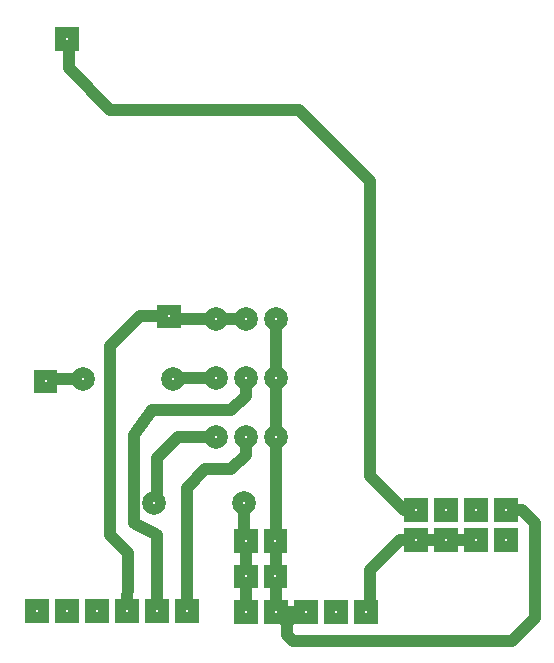
<source format=gbr>
%FSLAX34Y34*%
%MOMM*%
%LNCOPPER_BOTTOM*%
G71*
G01*
%ADD10C, 2.00*%
%ADD11C, 1.00*%
%ADD12C, 0.30*%
%LPD*%
G36*
X-166127Y-449316D02*
X-146127Y-449316D01*
X-146127Y-429316D01*
X-166127Y-429316D01*
X-166127Y-449316D01*
G37*
G36*
X-140727Y-449315D02*
X-120727Y-449315D01*
X-120727Y-429315D01*
X-140727Y-429315D01*
X-140727Y-449315D01*
G37*
G36*
X-115327Y-449316D02*
X-95327Y-449316D01*
X-95327Y-429316D01*
X-115327Y-429316D01*
X-115327Y-449316D01*
G37*
G36*
X-89927Y-449316D02*
X-69927Y-449316D01*
X-69927Y-429316D01*
X-89927Y-429316D01*
X-89927Y-449316D01*
G37*
G36*
X-166127Y-423915D02*
X-146127Y-423915D01*
X-146127Y-403915D01*
X-166127Y-403915D01*
X-166127Y-423915D01*
G37*
G36*
X-140727Y-423916D02*
X-120727Y-423916D01*
X-120727Y-403916D01*
X-140727Y-403916D01*
X-140727Y-423916D01*
G37*
G36*
X-115327Y-423916D02*
X-95327Y-423916D01*
X-95327Y-403916D01*
X-115327Y-403916D01*
X-115327Y-423916D01*
G37*
G36*
X-89927Y-423916D02*
X-69927Y-423916D01*
X-69927Y-403916D01*
X-89927Y-403916D01*
X-89927Y-423916D01*
G37*
X-325668Y-252298D02*
G54D10*
D03*
X-274868Y-252298D02*
G54D10*
D03*
X-300268Y-252298D02*
G54D10*
D03*
X-325716Y-352413D02*
G54D10*
D03*
X-274916Y-352413D02*
G54D10*
D03*
X-300316Y-352413D02*
G54D10*
D03*
X-377542Y-408241D02*
G54D10*
D03*
X-301342Y-408241D02*
G54D10*
D03*
X-437542Y-303241D02*
G54D10*
D03*
X-361342Y-303241D02*
G54D10*
D03*
G54D11*
X-156127Y-439316D02*
X-105327Y-439316D01*
X-325667Y-302298D02*
G54D10*
D03*
X-274867Y-302298D02*
G54D10*
D03*
X-300267Y-302298D02*
G54D10*
D03*
G36*
X-340000Y-489500D02*
X-360000Y-489500D01*
X-360000Y-509500D01*
X-340000Y-509500D01*
X-340000Y-489500D01*
G37*
G36*
X-365400Y-489500D02*
X-385400Y-489500D01*
X-385400Y-509500D01*
X-365400Y-509500D01*
X-365400Y-489500D01*
G37*
G36*
X-390800Y-489500D02*
X-410800Y-489500D01*
X-410800Y-509500D01*
X-390800Y-509500D01*
X-390800Y-489500D01*
G37*
G36*
X-416200Y-489500D02*
X-436200Y-489500D01*
X-436200Y-509500D01*
X-416200Y-509500D01*
X-416200Y-489500D01*
G37*
G36*
X-441600Y-489500D02*
X-461600Y-489500D01*
X-461600Y-509500D01*
X-441600Y-509500D01*
X-441600Y-489500D01*
G37*
G36*
X-467000Y-489500D02*
X-487000Y-489500D01*
X-487000Y-509500D01*
X-467000Y-509500D01*
X-467000Y-489500D01*
G37*
G36*
X-188500Y-490000D02*
X-208500Y-490000D01*
X-208500Y-510000D01*
X-188500Y-510000D01*
X-188500Y-490000D01*
G37*
G36*
X-213900Y-490000D02*
X-233900Y-490000D01*
X-233900Y-510000D01*
X-213900Y-510000D01*
X-213900Y-490000D01*
G37*
G36*
X-239300Y-490000D02*
X-259300Y-490000D01*
X-259300Y-510000D01*
X-239300Y-510000D01*
X-239300Y-490000D01*
G37*
G36*
X-264700Y-490000D02*
X-284700Y-490000D01*
X-284700Y-510000D01*
X-264700Y-510000D01*
X-264700Y-490000D01*
G37*
G36*
X-290100Y-490000D02*
X-310100Y-490000D01*
X-310100Y-510000D01*
X-290100Y-510000D01*
X-290100Y-490000D01*
G37*
G36*
X-441500Y-5000D02*
X-461500Y-5000D01*
X-461500Y-25000D01*
X-441500Y-25000D01*
X-441500Y-5000D01*
G37*
G36*
X-459500Y-295000D02*
X-479500Y-295000D01*
X-479500Y-315000D01*
X-459500Y-315000D01*
X-459500Y-295000D01*
G37*
G54D11*
X-274868Y-252298D02*
X-274867Y-302298D01*
X-274867Y-352365D01*
X-274916Y-352413D01*
X-274916Y-449784D01*
X-274700Y-500000D01*
G36*
X-290000Y-460000D02*
X-310000Y-460000D01*
X-310000Y-480000D01*
X-290000Y-480000D01*
X-290000Y-460000D01*
G37*
G36*
X-290000Y-430000D02*
X-310000Y-430000D01*
X-310000Y-450000D01*
X-290000Y-450000D01*
X-290000Y-430000D01*
G37*
G54D11*
X-300000Y-440000D02*
X-300000Y-499900D01*
X-300100Y-500000D01*
G36*
X-265000Y-460000D02*
X-285000Y-460000D01*
X-285000Y-480000D01*
X-265000Y-480000D01*
X-265000Y-460000D01*
G37*
G36*
X-265000Y-430000D02*
X-285000Y-430000D01*
X-285000Y-450000D01*
X-265000Y-450000D01*
X-265000Y-430000D01*
G37*
G36*
X-355000Y-240000D02*
X-375000Y-240000D01*
X-375000Y-260000D01*
X-355000Y-260000D01*
X-355000Y-240000D01*
G37*
G54D11*
X-300268Y-252298D02*
X-325668Y-252298D01*
X-362702Y-252298D01*
X-365000Y-250000D01*
X-390000Y-250000D01*
X-415000Y-275000D01*
X-415000Y-435000D01*
X-400000Y-450000D01*
X-400000Y-468700D01*
X-400800Y-499500D01*
G54D11*
X-437542Y-303241D02*
X-467741Y-303241D01*
X-469500Y-305000D01*
G54D11*
X-300316Y-352413D02*
X-300316Y-367013D01*
X-312516Y-379213D01*
X-334213Y-379213D01*
X-350000Y-395000D01*
X-350000Y-499500D01*
G54D11*
X-325667Y-302298D02*
X-360398Y-302298D01*
X-361342Y-303241D01*
G54D11*
X-300267Y-302298D02*
X-300267Y-316898D01*
X-312467Y-329098D01*
X-379098Y-329098D01*
X-395000Y-350000D01*
X-395000Y-425000D01*
X-375000Y-435000D01*
X-375000Y-469100D01*
X-375400Y-499500D01*
G54D11*
X-325716Y-352413D02*
X-357413Y-352413D01*
X-375000Y-370000D01*
X-375000Y-405700D01*
X-377542Y-408241D01*
G54D11*
X-301342Y-408241D02*
X-301342Y-438658D01*
X-300000Y-440000D01*
G54D11*
X-249300Y-500000D02*
X-274700Y-500000D01*
G54D11*
X-156127Y-439316D02*
X-169315Y-439316D01*
X-195000Y-465000D01*
X-195000Y-496500D01*
X-198500Y-500000D01*
G54D11*
X-156127Y-413915D02*
X-166085Y-413915D01*
X-195000Y-385000D01*
X-195000Y-135000D01*
X-255000Y-75000D01*
X-415000Y-75000D01*
X-450000Y-40000D01*
X-450000Y-16500D01*
X-451500Y-15000D01*
G54D11*
X-79927Y-413916D02*
X-66085Y-413916D01*
X-55000Y-425000D01*
X-55000Y-505000D01*
X-75000Y-525000D01*
X-260000Y-525000D01*
X-265000Y-520000D01*
X-265000Y-509700D01*
X-274700Y-500000D01*
G54D11*
X-249300Y-500000D02*
X-255300Y-500000D01*
X-265000Y-509700D01*
%LNAUGENFREISTANZEN*%
%LPC*%
X-156127Y-439316D02*
G54D12*
D03*
X-130727Y-439315D02*
G54D12*
D03*
X-105327Y-439316D02*
G54D12*
D03*
X-79927Y-439316D02*
G54D12*
D03*
X-156127Y-413915D02*
G54D12*
D03*
X-130727Y-413916D02*
G54D12*
D03*
X-105327Y-413916D02*
G54D12*
D03*
X-79927Y-413916D02*
G54D12*
D03*
X-325668Y-252298D02*
G54D12*
D03*
X-274868Y-252298D02*
G54D12*
D03*
X-300268Y-252298D02*
G54D12*
D03*
X-325716Y-352413D02*
G54D12*
D03*
X-274916Y-352413D02*
G54D12*
D03*
X-300316Y-352413D02*
G54D12*
D03*
X-377542Y-408241D02*
G54D12*
D03*
X-301342Y-408241D02*
G54D12*
D03*
X-437542Y-303241D02*
G54D12*
D03*
X-361342Y-303241D02*
G54D12*
D03*
X-325667Y-302298D02*
G54D12*
D03*
X-274867Y-302298D02*
G54D12*
D03*
X-300267Y-302298D02*
G54D12*
D03*
X-350000Y-499500D02*
G54D12*
D03*
X-375400Y-499500D02*
G54D12*
D03*
X-400800Y-499500D02*
G54D12*
D03*
X-426200Y-499500D02*
G54D12*
D03*
X-451600Y-499500D02*
G54D12*
D03*
X-477000Y-499500D02*
G54D12*
D03*
X-198500Y-500000D02*
G54D12*
D03*
X-223900Y-500000D02*
G54D12*
D03*
X-249300Y-500000D02*
G54D12*
D03*
X-274700Y-500000D02*
G54D12*
D03*
X-300100Y-500000D02*
G54D12*
D03*
X-451500Y-15000D02*
G54D12*
D03*
X-469500Y-305000D02*
G54D12*
D03*
X-300000Y-470000D02*
G54D12*
D03*
X-300000Y-440000D02*
G54D12*
D03*
X-275000Y-470000D02*
G54D12*
D03*
X-275000Y-440000D02*
G54D12*
D03*
X-365000Y-250000D02*
G54D12*
D03*
M02*

</source>
